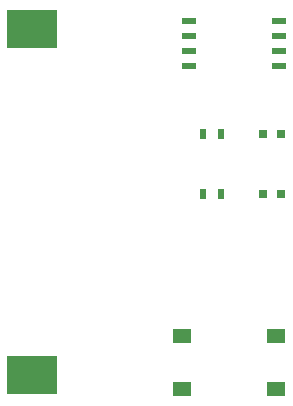
<source format=gtp>
G04 #@! TF.FileFunction,Paste,Top*
%FSLAX46Y46*%
G04 Gerber Fmt 4.6, Leading zero omitted, Abs format (unit mm)*
G04 Created by KiCad (PCBNEW 4.0.5) date 2017 January 01, Sunday 22:06:37*
%MOMM*%
%LPD*%
G01*
G04 APERTURE LIST*
%ADD10C,0.100000*%
%ADD11R,0.797560X0.797560*%
%ADD12R,0.500000X0.900000*%
%ADD13R,1.500000X1.300000*%
%ADD14R,1.143000X0.508000*%
%ADD15R,4.200000X3.200000*%
G04 APERTURE END LIST*
D10*
D11*
X154190700Y-96520000D03*
X155689300Y-96520000D03*
X154190700Y-101600000D03*
X155689300Y-101600000D03*
D12*
X150610000Y-96520000D03*
X149110000Y-96520000D03*
X150610000Y-101600000D03*
X149110000Y-101600000D03*
D13*
X147320000Y-118110000D03*
X155320000Y-118110000D03*
X147320000Y-113610000D03*
X155320000Y-113610000D03*
D14*
X155575000Y-86995000D03*
X155575000Y-88265000D03*
X155575000Y-89535000D03*
X155575000Y-90805000D03*
X147955000Y-90805000D03*
X147955000Y-89535000D03*
X147955000Y-88265000D03*
X147955000Y-86995000D03*
D15*
X134620000Y-87630000D03*
X134620000Y-116930000D03*
M02*

</source>
